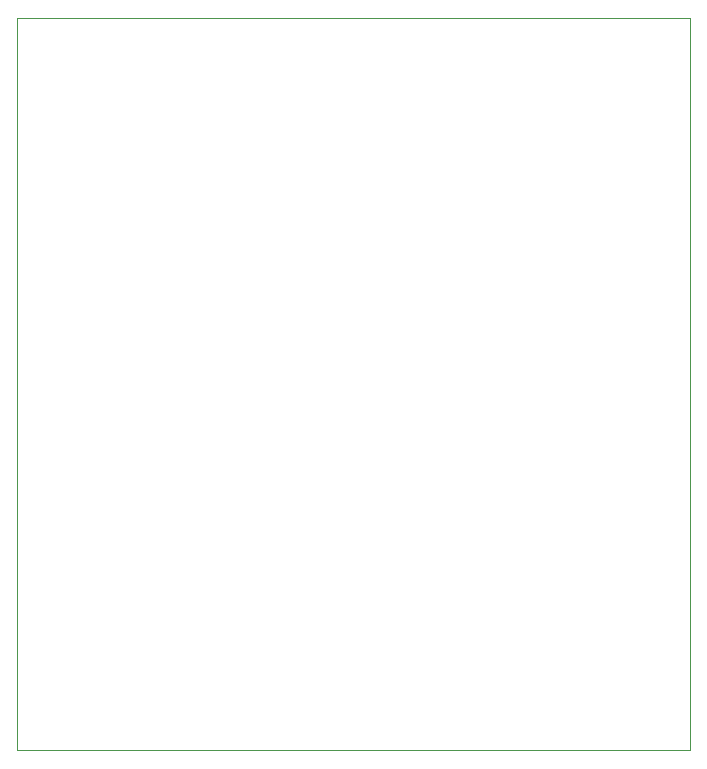
<source format=gm1>
%TF.GenerationSoftware,KiCad,Pcbnew,6.0.0*%
%TF.CreationDate,2022-02-18T00:32:39-05:00*%
%TF.ProjectId,picocart,7069636f-6361-4727-942e-6b696361645f,rev?*%
%TF.SameCoordinates,Original*%
%TF.FileFunction,Profile,NP*%
%FSLAX46Y46*%
G04 Gerber Fmt 4.6, Leading zero omitted, Abs format (unit mm)*
G04 Created by KiCad (PCBNEW 6.0.0) date 2022-02-18 00:32:39*
%MOMM*%
%LPD*%
G01*
G04 APERTURE LIST*
%TA.AperFunction,Profile*%
%ADD10C,0.050000*%
%TD*%
G04 APERTURE END LIST*
D10*
X175312000Y-107336000D02*
X118312000Y-107336000D01*
X118312000Y-107336000D02*
X118312000Y-45336000D01*
X118312000Y-45336000D02*
X175312000Y-45336000D01*
X175312000Y-45336000D02*
X175312000Y-107336000D01*
M02*

</source>
